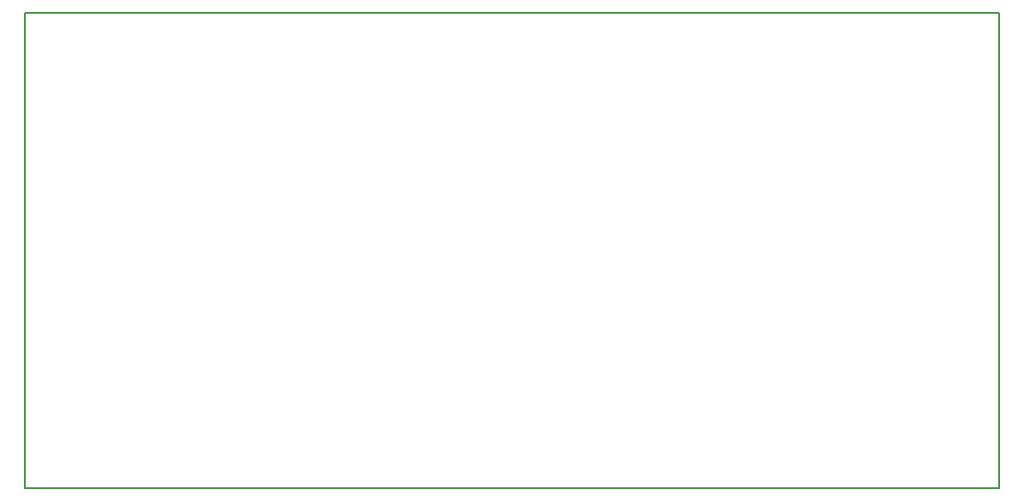
<source format=gbr>
G04 #@! TF.GenerationSoftware,KiCad,Pcbnew,(5.0.0)*
G04 #@! TF.CreationDate,2018-09-20T19:37:14-04:00*
G04 #@! TF.ProjectId,Register,52656769737465722E6B696361645F70,rev?*
G04 #@! TF.SameCoordinates,Original*
G04 #@! TF.FileFunction,Profile,NP*
%FSLAX46Y46*%
G04 Gerber Fmt 4.6, Leading zero omitted, Abs format (unit mm)*
G04 Created by KiCad (PCBNEW (5.0.0)) date 09/20/18 19:37:14*
%MOMM*%
%LPD*%
G01*
G04 APERTURE LIST*
%ADD10C,0.150000*%
G04 APERTURE END LIST*
D10*
X80645000Y-68580000D02*
X80645000Y-112395000D01*
X170180000Y-68580000D02*
X80645000Y-68580000D01*
X170180000Y-112395000D02*
X170180000Y-68580000D01*
X80645000Y-112395000D02*
X170180000Y-112395000D01*
M02*

</source>
